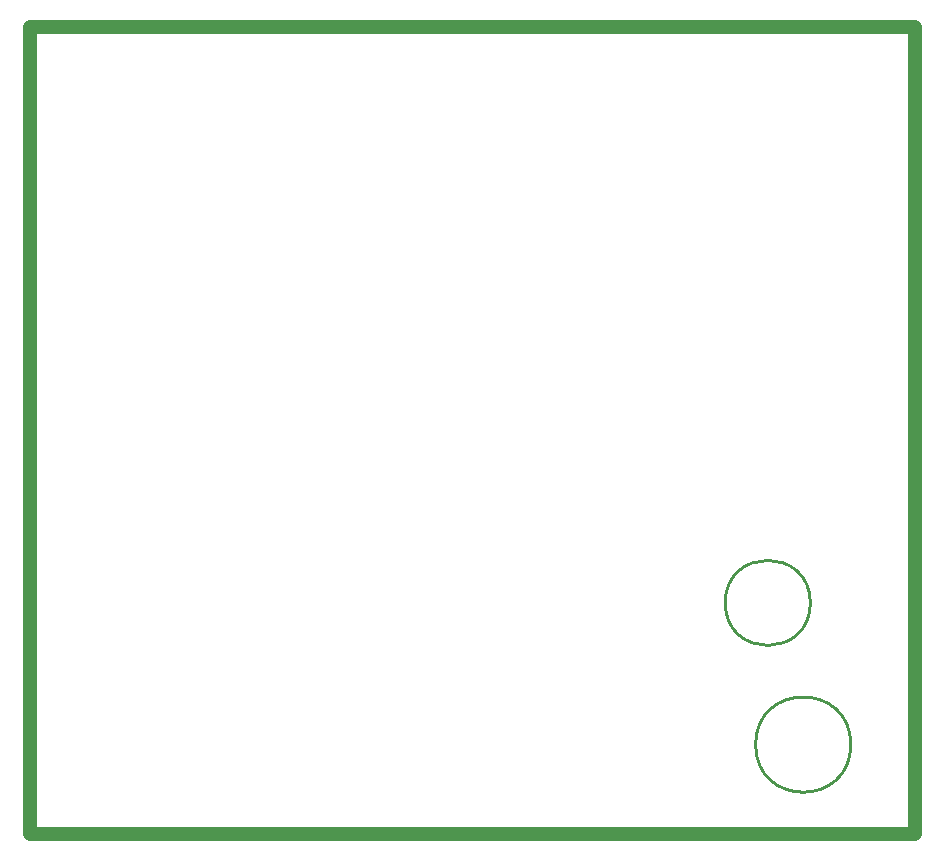
<source format=gbr>
%TF.GenerationSoftware,Altium Limited,Altium Designer,22.1.2 (22)*%
G04 Layer_Color=16711935*
%FSLAX26Y26*%
%MOIN*%
%TF.SameCoordinates,26ABD0B8-493F-4C78-88A6-316F46C79C97*%
%TF.FilePolarity,Positive*%
%TF.FileFunction,Other,Mechanical_1*%
%TF.Part,Single*%
G01*
G75*
%TA.AperFunction,NonConductor*%
%ADD28C,0.010000*%
%ADD30C,0.047244*%
D28*
X5394926Y1299213D02*
G03*
X5394926Y1299213I-158706J0D01*
G01*
X5260061Y1771653D02*
G03*
X5260061Y1771653I-141951J0D01*
G01*
D30*
X2657480Y3690000D02*
X2657480Y1000000D01*
X2657480Y3690000D02*
X5610236D01*
X5610236Y1000000D01*
X2657480D02*
X5610236D01*
%TF.MD5,d36c30c8ce15a096e8530be7ad368c08*%
M02*

</source>
